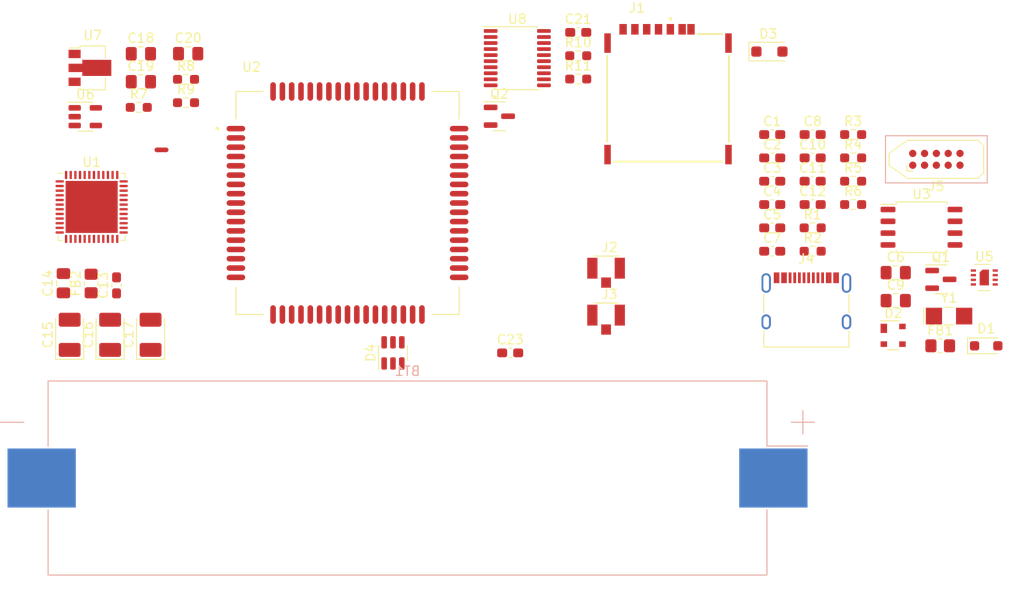
<source format=kicad_pcb>
(kicad_pcb (version 20221018) (generator pcbnew)
  (layers (0 "F.Cu" signal) (31 "B.Cu" signal) (34 "B.Paste" user) (35 "F.Paste" user) (36 "B.SilkS" user "B.Silkscreen") (37 "F.SilkS" user "F.Silkscreen") (38 "B.Mask" user) (39 "F.Mask" user) (44 "Edge.Cuts" user))
  (net 0 "")
  (net 23 "Net-(U1-VSS-Pad23)")
  (net 47 "/BATTERY")
  (net 48 "Net-(U2-GND-Pad17)")
  (net 49 "GSM_PWR")
  (net 50 "/DTR")
  (net 51 "/RI")
  (net 53 "/DCD")
  (net 54 "/CTS")
  (net 55 "/RTS")
  (net 56 "/TX")
  (net 61 "+1V8")
  (net 73 "/VDD")
  (net 74 "/RST")
  (net 75 "/CLK")
  (net 76 "/DATA")
  (net 93 "/RX")
  (net 99 "GSM_RF")
  (net 100 "GPS_RF")
  (net 102 "SIM_DETECT")
  (net 103 "PWRKEY")
  (net 104 "Net-(J2-GND-Pad1)")
  (net 106 "Net-(J3-GND-Pad1)")
  (net 107 "Net-(D2-GND)")
  (net 108 "GND")
  (net 109 "+3V0")
  (net 110 "/VDDA")
  (net 111 "Net-(C10-Pad1)")
  (net 112 "Net-(C11-Pad1)")
  (net 113 "_RESET")
  (net 114 "+5V")
  (net 115 "Net-(D1-A)")
  (net 116 "USB_P")
  (net 117 "USB_N")
  (net 118 "Net-(J4-CC1)")
  (net 120 "Net-(J4-CC2)")
  (net 122 "SWDIO")
  (net 123 "SWDCLK")
  (net 124 "SWO")
  (net 127 "+3V3")
  (net 128 "_QSPI_NCS")
  (net 129 "USB_VBUS_SENSE")
  (net 130 "QSPI_IO1")
  (net 131 "QSPI_IO2")
  (net 132 "QSPI_IO0")
  (net 133 "QSPI_CLK")
  (net 134 "QSPI_IO3")
  (net 135 "SDA")
  (net 136 "TEMP_INT")
  (net 137 "SCL")
  (net 138 "_TEMP_RESET")
  (net 139 "/VBAT")
  (net 140 "+BATT")
  (net 141 "Net-(U6-PROG)")
  (net 142 "Net-(U6-STAT)")
  (net 143 "CHARGE_STAT")
  (net 144 "Net-(U8-A8)")
  (net 145 "Net-(U8-B8)")
  (footprint "Capacitor_SMD:C_0603_1608Metric_Pad1.08x0.95mm_HandSolder" (layer "F.Cu") (at 107.3415 60.198)
    (fp_text reference "C23" (at 0 -1.43) (layer "F.SilkS"))
    (fp_text value "100n")
    (pad "1" smd roundrect (at -0.8625 0) (size 1.075 0.95) (layers "F.Cu" "F.Paste" "F.Mask") (net 108 "GND"))
    (pad "2" smd roundrect (at 0.8625 0) (size 1.075 0.95) (layers "F.Cu" "F.Paste" "F.Mask") (net 73 "/VDD"))
  )
  (footprint "Capacitor_Tantalum_SMD:CP_EIA-3528-15_AVX-H_Pad1.50x2.35mm_HandSolder" (layer "F.Cu") (at 64.334 58.2525 90)
    (fp_text reference "C16" (at 0 -2.35 90) (layer "F.SilkS"))
    (fp_text value "100uF")
    (pad "1" smd roundrect (at -1.625 0 90) (size 1.5 2.35) (layers "F.Cu" "F.Paste" "F.Mask") (roundrect_rratio 0.166667) (net 139 "/VBAT"))
    (pad "2" smd roundrect (at 1.625 0 90) (size 1.5 2.35) (layers "F.Cu" "F.Paste" "F.Mask") (roundrect_rratio 0.166667) (net 108 "GND"))
  )
  (footprint "personal:MODULE_SIM7070G" (layer "F.Cu") (at 89.854 44.07)
    (fp_text reference "U2" (at -10.325 -14.635) (layer "F.SilkS"))
    (fp_text value "SIM7070G")
    (pad "1" smd oval (at -12 -8) (size 2 0.6) (layers "F.Cu" "F.Paste" "F.Mask") (net 103 "PWRKEY"))
    (pad "2" smd oval (at -12 -7) (size 2 0.6) (layers "F.Cu" "F.Paste" "F.Mask") (net 48 "Net-(U2-GND-Pad17)"))
    (pad "3" smd oval (at -12 -6) (size 2 0.6) (layers "F.Cu" "F.Paste" "F.Mask") (net 50 "/DTR"))
    (pad "4" smd oval (at -12 -5) (size 2 0.6) (layers "F.Cu" "F.Paste" "F.Mask") (net 51 "/RI"))
    (pad "5" smd oval (at -12 -4) (size 2 0.6) (layers "F.Cu" "F.Paste" "F.Mask") (net 53 "/DCD"))
    (pad "6" smd oval (at -12 -3) (size 2 0.6) (layers "F.Cu" "F.Paste" "F.Mask"))
    (pad "7" smd oval (at -12 -2) (size 2 0.6) (layers "F.Cu" "F.Paste" "F.Mask") (net 54 "/CTS"))
    (pad "8" smd oval (at -12 -1) (size 2 0.6) (layers "F.Cu" "F.Paste" "F.Mask") (net 55 "/RTS"))
    (pad "9" smd oval (at -12 0) (size 2 0.6) (layers "F.Cu" "F.Paste" "F.Mask") (net 56 "/TX"))
    (pad "10" smd oval (at -12 1) (size 2 0.6) (layers "F.Cu" "F.Paste" "F.Mask") (net 93 "/RX"))
    (pad "11" smd oval (at -12 2) (size 2 0.6) (layers "F.Cu" "F.Paste" "F.Mask"))
    (pad "12" smd oval (at -12 3) (size 2 0.6) (layers "F.Cu" "F.Paste" "F.Mask"))
    (pad "13" smd oval (at -12 4) (size 2 0.6) (layers "F.Cu" "F.Paste" "F.Mask"))
    (pad "14" smd oval (at -12 5) (size 2 0.6) (layers "F.Cu" "F.Paste" "F.Mask"))
    (pad "15" smd oval (at -12 6) (size 2 0.6) (layers "F.Cu" "F.Paste" "F.Mask") (net 61 "+1V8"))
    (pad "16" smd oval (at -12 7) (size 2 0.6) (layers "F.Cu" "F.Paste" "F.Mask"))
    (pad "17" smd oval (at -12 8) (size 2 0.6) (layers "F.Cu" "F.Paste" "F.Mask") (net 48 "Net-(U2-GND-Pad17)"))
    (pad "18" smd oval (at -8 12) (size 0.6 2) (layers "F.Cu" "F.Paste" "F.Mask") (net 48 "Net-(U2-GND-Pad17)"))
    (pad "19" smd oval (at -7 12) (size 0.6 2) (layers "F.Cu" "F.Paste" "F.Mask"))
    (pad "20" smd oval (at -6 12) (size 0.6 2) (layers "F.Cu" "F.Paste" "F.Mask"))
    (pad "21" smd oval (at -5 12) (size 0.6 2) (layers "F.Cu" "F.Paste" "F.Mask"))
    (pad "22" smd oval (at -4 12) (size 0.6 2) (layers "F.Cu" "F.Paste" "F.Mask"))
    (pad "23" smd oval (at -3 12) (size 0.6 2) (layers "F.Cu" "F.Paste" "F.Mask"))
    (pad "24" smd oval (at -2 12) (size 0.6 2) (layers "F.Cu" "F.Paste" "F.Mask"))
    (pad "25" smd oval (at -1 12) (size 0.6 2) (layers "F.Cu" "F.Paste" "F.Mask"))
    (pad "26" smd oval (at 0 12) (size 0.6 2) (layers "F.Cu" "F.Paste" "F.Mask"))
    (pad "27" smd oval (at 1 12) (size 0.6 2) (layers "F.Cu" "F.Paste" "F.Mask"))
    (pad "28" smd oval (at 2 12) (size 0.6 2) (layers "F.Cu" "F.Paste" "F.Mask"))
    (pad "29" smd oval (at 3 12) (size 0.6 2) (layers "F.Cu" "F.Paste" "F.Mask") (net 48 "Net-(U2-GND-Pad17)"))
    (pad "30" smd oval (at 4 12) (size 0.6 2) (layers "F.Cu" "F.Paste" "F.Mask") (net 73 "/VDD"))
    (pad "31" smd oval (at 5 12) (size 0.6 2) (layers "F.Cu" "F.Paste" "F.Mask") (net 76 "/DATA"))
    (pad "32" smd oval (at 6 12) (size 0.6 2) (layers "F.Cu" "F.Paste" "F.Mask") (net 75 "/CLK"))
    (pad "33" smd oval (at 7 12) (size 0.6 2) (layers "F.Cu" "F.Paste" "F.Mask") (net 74 "/RST"))
    (pad "34" smd oval (at 8 12) (size 0.6 2) (layers "F.Cu" "F.Paste" "F.Mask"))
    (pad "35" smd oval (at 12 8) (size 2 0.6) (layers "F.Cu" "F.Paste" "F.Mask"))
    (pad "36" smd oval (at 12 7) (size 2 0.6) (layers "F.Cu" "F.Paste" "F.Mask"))
    (pad "37" smd oval (at 12 6) (size 2 0.6) (layers "F.Cu" "F.Paste" "F.Mask"))
    (pad "38" smd oval (at 12 5) (size 2 0.6) (layers "F.Cu" "F.Paste" "F.Mask"))
    (pad "39" smd oval (at 12 4) (size 2 0.6) (layers "F.Cu" "F.Paste" "F.Mask") (net 48 "Net-(U2-GND-Pad17)"))
    (pad "40" smd oval (at 12 3) (size 2 0.6) (layers "F.Cu" "F.Paste" "F.Mask"))
    (pad "41" smd oval (at 12 2) (size 2 0.6) (layers "F.Cu" "F.Paste" "F.Mask"))
    (pad "42" smd oval (at 12 1) (size 2 0.6) (layers "F.Cu" "F.Paste" "F.Mask"))
    (pad "43" smd oval (at 12 0) (size 2 0.6) (layers "F.Cu" "F.Paste" "F.Mask"))
    (pad "44" smd oval (at 12 -1) (size 2 0.6) (layers "F.Cu" "F.Paste" "F.Mask"))
    (pad "45" smd oval (at 12 -2) (size 2 0.6) (layers "F.Cu" "F.Paste" "F.Mask") (net 48 "Net-(U2-GND-Pad17)"))
    (pad "46" smd oval (at 12 -3) (size 2 0.6) (layers "F.Cu" "F.Paste" "F.Mask") (net 48 "Net-(U2-GND-Pad17)"))
    (pad "47" smd oval (at 12 -4) (size 2 0.6) (layers "F.Cu" "F.Paste" "F.Mask"))
    (pad "48" smd oval (at 12 -5) (size 2 0.6) (layers "F.Cu" "F.Paste" "F.Mask"))
    (pad "49" smd oval (at 12 -6) (size 2 0.6) (layers "F.Cu" "F.Paste" "F.Mask"))
    (pad "50" smd oval (at 12 -7) (size 2 0.6) (layers "F.Cu" "F.Paste" "F.Mask"))
    (pad "51" smd oval (at 12 -8) (size 2 0.6) (layers "F.Cu" "F.Paste" "F.Mask"))
    (pad "52" smd oval (at 8 -12) (size 0.6 2) (layers "F.Cu" "F.Paste" "F.Mask"))
    (pad "53" smd oval (at 7 -12) (size 0.6 2) (layers "F.Cu" "F.Paste" "F.Mask") (net 100 "GPS_RF"))
    (pad "54" smd oval (at 6 -12) (size 0.6 2) (layers "F.Cu" "F.Paste" "F.Mask") (net 48 "Net-(U2-GND-Pad17)"))
    (pad "55" smd oval (at 5 -12) (size 0.6 2) (layers "F.Cu" "F.Paste" "F.Mask") (net 139 "/VBAT"))
    (pad "56" smd oval (at 4 -12) (size 0.6 2) (layers "F.Cu" "F.Paste" "F.Mask") (net 139 "/VBAT"))
    (pad "57" smd oval (at 3 -12) (size 0.6 2) (layers "F.Cu" "F.Paste" "F.Mask") (net 139 "/VBAT"))
    (pad "58" smd oval (at 2 -12) (size 0.6 2) (layers "F.Cu" "F.Paste" "F.Mask") (net 48 "Net-(U2-GND-Pad17)"))
    (pad "59" smd oval (at 1 -12) (size 0.6 2) (layers "F.Cu" "F.Paste" "F.Mask") (net 48 "Net-(U2-GND-Pad17)"))
    (pad "60" smd oval (at 0 -12) (size 0.6 2) (layers "F.Cu" "F.Paste" "F.Mask") (net 99 "GSM_RF"))
    (pad "61" smd oval (at -1 -12) (size 0.6 2) (layers "F.Cu" "F.Paste" "F.Mask") (net 48 "Net-(U2-GND-Pad17)"))
    (pad "62" smd oval (at -2 -12) (size 0.6 2) (layers "F.Cu" "F.Paste" "F.Mask") (net 48 "Net-(U2-GND-Pad17)"))
    (pad "63" smd oval (at -3 -12) (size 0.6 2) (layers "F.Cu" "F.Paste" "F.Mask") (net 48 "Net-(U2-GND-Pad17)"))
    (pad "64" smd oval (at -4 -12) (size 0.6 2) (layers "F.Cu" "F.Paste" "F.Mask") (net 48 "Net-(U2-GND-Pad17)"))
    (pad "65" smd oval (at -5 -12) (size 0.6 2) (layers "F.Cu" "F.Paste" "F.Mask") (net 48 "Net-(U2-GND-Pad17)"))
    (pad "66" smd oval (at -6 -12) (size 0.6 2) (layers "F.Cu" "F.Paste" "F.Mask"))
    (pad "67" smd oval (at -7 -12) (size 0.6 2) (layers "F.Cu" "F.Paste" "F.Mask"))
    (pad "68" smd oval (at -8 -12) (size 0.6 2) (layers "F.Cu" "F.Paste" "F.Mask"))
  )
  (footprint "Resistor_SMD:R_0603_1608Metric_Pad0.98x0.95mm_HandSolder" (layer "F.Cu") (at 139.861 49.256)
    (fp_text reference "R2" (at 0 -1.43) (layer "F.SilkS"))
    (fp_text value "5k1")
    (pad "1" smd roundrect (at -0.9125 0) (size 0.975 0.95) (layers "F.Cu" "F.Paste" "F.Mask") (net 108 "GND"))
    (pad "2" smd roundrect (at 0.9125 0) (size 0.975 0.95) (layers "F.Cu" "F.Paste" "F.Mask") (net 120 "Net-(J4-CC2)"))
  )
  (footprint "Resistor_SMD:R_0603_1608Metric_Pad0.98x0.95mm_HandSolder" (layer "F.Cu") (at 72.4935 30.764)
    (fp_text reference "R8" (at 0 -1.43) (layer "F.SilkS"))
    (fp_text value "47k")
    (pad "1" smd roundrect (at -0.9125 0) (size 0.975 0.95) (layers "F.Cu" "F.Paste" "F.Mask") (net 142 "Net-(U6-STAT)"))
    (pad "2" smd roundrect (at 0.9125 0) (size 0.975 0.95) (layers "F.Cu" "F.Paste" "F.Mask") (net 143 "CHARGE_STAT"))
  )
  (footprint "Diode_SMD:D_SOD-123F" (layer "F.Cu") (at 135.213 27.777)
    (fp_text reference "D3" (at -0.127 -1.905) (layer "F.SilkS"))
    (fp_text value "BZT52C4V7")
    (pad "1" smd roundrect (at -1.4 0) (size 1.1 1.1) (layers "F.Cu" "F.Paste" "F.Mask") (roundrect_rratio 0.2272727273))
    (pad "2" smd roundrect (at 1.4 0) (size 1.1 1.1) (layers "F.Cu" "F.Paste" "F.Mask") (roundrect_rratio 0.2272727273))
  )
  (footprint "Capacitor_SMD:C_0603_1608Metric_Pad1.08x0.95mm_HandSolder" (layer "F.Cu") (at 139.861 44.236)
    (fp_text reference "C12" (at 0 -1.43) (layer "F.SilkS"))
    (fp_text value "100n")
    (pad "1" smd roundrect (at -0.8625 0) (size 1.075 0.95) (layers "F.Cu" "F.Paste" "F.Mask") (net 113 "_RESET"))
    (pad "2" smd roundrect (at 0.8625 0) (size 1.075 0.95) (layers "F.Cu" "F.Paste" "F.Mask") (net 108 "GND"))
  )
  (footprint "Package_TO_SOT_SMD:SOT-23-5" (layer "F.Cu") (at 61.6635 34.782)
    (fp_text reference "U6" (at 0 -2.4) (layer "F.SilkS"))
    (fp_text value "MCP73831-2-OT")
    (pad "1" smd roundrect (at -1.1375 -0.95) (size 1.325 0.6) (layers "F.Cu" "F.Paste" "F.Mask") (net 142 "Net-(U6-STAT)"))
    (pad "2" smd roundrect (at -1.1375 0) (size 1.325 0.6) (layers "F.Cu" "F.Paste" "F.Mask") (net 108 "GND"))
    (pad "3" smd roundrect (at -1.1375 0.95) (size 1.325 0.6) (layers "F.Cu" "F.Paste" "F.Mask") (net 47 "/BATTERY"))
    (pad "4" smd roundrect (at 1.1375 0.95) (size 1.325 0.6) (layers "F.Cu" "F.Paste" "F.Mask") (net 114 "+5V"))
    (pad "5" smd roundrect (at 1.1375 -0.95) (size 1.325 0.6) (layers "F.Cu" "F.Paste" "F.Mask") (net 141 "Net-(U6-PROG)"))
  )
  (footprint "Package_TO_SOT_SMD:SOT-23" (layer "F.Cu") (at 106.1775 34.734)
    (fp_text reference "Q2" (at 0 -2.4) (layer "F.SilkS"))
    (fp_text value "DTC143Z")
    (pad "1" smd roundrect (at -0.9375 -0.95) (size 1.475 0.6) (layers "F.Cu" "F.Paste" "F.Mask") (net 49 "GSM_PWR"))
    (pad "2" smd roundrect (at -0.9375 0.95) (size 1.475 0.6) (layers "F.Cu" "F.Paste" "F.Mask") (net 108 "GND"))
    (pad "3" smd roundrect (at 0.9375 0) (size 1.475 0.6) (layers "F.Cu" "F.Paste" "F.Mask") (net 103 "PWRKEY"))
  )
  (footprint "Capacitor_SMD:C_0603_1608Metric_Pad1.08x0.95mm_HandSolder" (layer "F.Cu") (at 135.511 49.256)
    (fp_text reference "C7" (at 0 -1.43) (layer "F.SilkS"))
    (fp_text value "100n")
    (pad "1" smd roundrect (at -0.8625 0) (size 1.075 0.95) (layers "F.Cu" "F.Paste" "F.Mask") (net 127 "+3V3"))
    (pad "2" smd roundrect (at 0.8625 0) (size 1.075 0.95) (layers "F.Cu" "F.Paste" "F.Mask") (net 108 "GND"))
  )
  (footprint "Capacitor_SMD:C_0805_2012Metric_Pad1.18x1.45mm_HandSolder" (layer "F.Cu") (at 67.6435 31.022)
    (fp_text reference "C19" (at 0 -1.68) (layer "F.SilkS"))
    (fp_text value "10u")
    (pad "1" smd roundrect (at -1.0375 0) (size 1.175 1.45) (layers "F.Cu" "F.Paste" "F.Mask") (roundrect_rratio 0.212766) (net 114 "+5V"))
    (pad "2" smd roundrect (at 1.0375 0) (size 1.175 1.45) (layers "F.Cu" "F.Paste" "F.Mask") (roundrect_rratio 0.212766) (net 108 "GND"))
  )
  (footprint "Package_TO_SOT_SMD:SOT-23" (layer "F.Cu") (at 153.641 52.286)
    (fp_text reference "Q1" (at 0 -2.4) (layer "F.SilkS"))
    (fp_text value "IRLML6401")
    (pad "1" smd roundrect (at -0.9375 -0.95) (size 1.475 0.6) (layers "F.Cu" "F.Paste" "F.Mask") (net 114 "+5V"))
    (pad "2" smd roundrect (at -0.9375 0.95) (size 1.475 0.6) (layers "F.Cu" "F.Paste" "F.Mask") (net 140 "+BATT"))
    (pad "3" smd roundrect (at 0.9375 0) (size 1.475 0.6) (layers "F.Cu" "F.Paste" "F.Mask") (net 47 "/BATTERY"))
  )
  (footprint "Capacitor_SMD:C_0603_1608Metric_Pad1.08x0.95mm_HandSolder" (layer "F.Cu") (at 135.511 41.726)
    (fp_text reference "C3" (at 0 -1.43) (layer "F.SilkS"))
    (fp_text value "100n")
    (pad "1" smd roundrect (at -0.8625 0) (size 1.075 0.95) (layers "F.Cu" "F.Paste" "F.Mask") (net 127 "+3V3"))
    (pad "2" smd roundrect (at 0.8625 0) (size 1.075 0.95) (layers "F.Cu" "F.Paste" "F.Mask") (net 108 "GND"))
  )
  (footprint "Diode_SMD:D_SOD-323_HandSoldering" (layer "F.Cu") (at 158.516 59.436)
    (fp_text reference "D1" (at 0 -1.85) (layer "F.SilkS"))
    (fp_text value "BAT60A")
    (pad "1" smd roundrect (at -1.25 0) (size 1 1) (layers "F.Cu" "F.Paste" "F.Mask") (net 114 "+5V"))
    (pad "2" smd roundrect (at 1.25 0) (size 1 1) (layers "F.Cu" "F.Paste" "F.Mask") (net 115 "Net-(D1-A)"))
  )
  (footprint "Capacitor_SMD:C_0603_1608Metric_Pad1.08x0.95mm_HandSolder" (layer "F.Cu") (at 139.861 39.216)
    (fp_text reference "C10" (at 0 -1.43) (layer "F.SilkS"))
    (fp_text value "22p")
    (pad "1" smd roundrect (at -0.8625 0) (size 1.075 0.95) (layers "F.Cu" "F.Paste" "F.Mask") (net 111 "Net-(C10-Pad1)"))
    (pad "2" smd roundrect (at 0.8625 0) (size 1.075 0.95) (layers "F.Cu" "F.Paste" "F.Mask") (net 108 "GND"))
  )
  (footprint "Resistor_SMD:R_0603_1608Metric_Pad0.98x0.95mm_HandSolder" (layer "F.Cu") (at 72.4935 33.274)
    (fp_text reference "R9" (at 0 -1.43) (layer "F.SilkS"))
    (fp_text value "47k")
    (pad "1" smd roundrect (at -0.9125 0) (size 0.975 0.95) (layers "F.Cu" "F.Paste" "F.Mask") (net 143 "CHARGE_STAT"))
    (pad "2" smd roundrect (at 0.9125 0) (size 0.975 0.95) (layers "F.Cu" "F.Paste" "F.Mask") (net 108 "GND"))
  )
  (footprint "Resistor_SMD:R_0603_1608Metric_Pad0.98x0.95mm_HandSolder" (layer "F.Cu") (at 114.6575 30.734)
    (fp_text reference "R11" (at 0 -1.43) (layer "F.SilkS"))
    (fp_text value "47k")
    (pad "1" smd roundrect (at -0.9125 0) (size 0.975 0.95) (layers "F.Cu" "F.Paste" "F.Mask") (net 145 "Net-(U8-B8)"))
    (pad "2" smd roundrect (at 0.9125 0) (size 0.975 0.95) (layers "F.Cu" "F.Paste" "F.Mask") (net 108 "GND"))
  )
  (footprint "Capacitor_SMD:C_0603_1608Metric_Pad1.08x0.95mm_HandSolder" (layer "F.Cu") (at 139.861 36.706)
    (fp_text reference "C8" (at 0 -1.43) (layer "F.SilkS"))
    (fp_text value "100n")
    (pad "1" smd roundrect (at -0.8625 0) (size 1.075 0.95) (layers "F.Cu" "F.Paste" "F.Mask") (net 127 "+3V3"))
    (pad "2" smd roundrect (at 0.8625 0) (size 1.075 0.95) (layers "F.Cu" "F.Paste" "F.Mask") (net 108 "GND"))
  )
  (footprint "personal:HRS_U.FL-R-SMT_01_" (layer "F.Cu") (at 117.651 56.134)
    (fp_text reference "J3" (at 0.371335 -2.239855) (layer "F.SilkS") (effects (font (size 1.001126 1.001126))))
    (fp_text value "U.FL Antenna Connector (Male)")
    (pad "1" smd rect (at -1.475 0) (size 1.1 2.25) (layers "F.Cu" "F.Paste" "F.Mask") (net 106 "Net-(J3-GND-Pad1)"))
    (pad "2" smd rect (at 1.475 0) (size 1.1 2.25) (layers "F.Cu" "F.Paste" "F.Mask") (net 106 "Net-(J3-GND-Pad1)"))
    (pad "3" smd rect (at 0 1.55) (size 1.05 1.1) (layers "F.Cu" "F.Paste" "F.Mask") (net 100 "GPS_RF"))
  )
  (footprint "Capacitor_SMD:C_0603_1608Metric_Pad1.08x0.95mm_HandSolder" (layer "F.Cu") (at 65.024 52.9325 90)
    (fp_text reference "C13" (at 0 -1.43 90) (layer "F.SilkS"))
    (fp_text value "100n")
    (pad "1" smd roundrect (at -0.8625 0 90) (size 1.075 0.95) (layers "F.Cu" "F.Paste" "F.Mask") (net 139 "/VBAT"))
    (pad "2" smd roundrect (at 0.8625 0 90) (size 1.075 0.95) (layers "F.Cu" "F.Paste" "F.Mask") (net 108 "GND"))
  )
  (footprint "personal:GCT_SIM8066-6-1-14-01-A_REVA" (layer "F.Cu") (at 124.31 32.752)
    (fp_text reference "J1" (at -3.325 -9.675) (layer "F.SilkS"))
    (fp_text value "Nano SIM")
    (pad "" np_thru_hole circle (at -5 4.86) (size 0.75 0.75) (drill 0.75) (layers "*.Cu" "*.Mask"))
    (pad "" np_thru_hole circle (at 3.5 4.86) (size 0.75 0.75) (drill 0.75) (layers "*.Cu" "*.Mask"))
    (pad "C1" smd rect (at 0.25 -7.37) (size 0.8 1.14) (layers "F.Cu" "F.Paste" "F.Mask") (net 73 "/VDD"))
    (pad "C2" smd rect (at -2.29 -7.37) (size 0.8 1.14) (layers "F.Cu" "F.Paste" "F.Mask") (net 74 "/RST"))
    (pad "C3" smd rect (at -4.83 -7.37) (size 0.8 1.14) (layers "F.Cu" "F.Paste" "F.Mask") (net 75 "/CLK"))
    (pad "C5" smd rect (at 1.52 -7.37) (size 0.8 1.14) (layers "F.Cu" "F.Paste" "F.Mask") (net 108 "GND"))
    (pad "C6" smd rect (at -1.02 -7.37) (size 0.8 1.14) (layers "F.Cu" "F.Paste" "F.Mask"))
    (pad "C7" smd rect (at -3.56 -7.37) (size 0.8 1.14) (layers "F.Cu" "F.Paste" "F.Mask") (net 76 "/DATA"))
    (pad "CD" smd rect (at 2.47 -7.37) (size 0.8 1.14) (layers "F.Cu" "F.Paste" "F.Mask") (net 102 "SIM_DETECT"))
    (pad "G1" smd rect (at -6.5 -5.89) (size 0.7 2.1) (layers "F.Cu" "F.Paste" "F.Mask") (net 108 "GND"))
    (pad "G2" smd rect (at 6.5 -5.89) (size 0.7 2.1) (layers "F.Cu" "F.Paste" "F.Mask") (net 108 "GND"))
    (pad "G3" smd rect (at -6.5 6.11) (size 0.7 2.1) (layers "F.Cu" "F.Paste" "F.Mask") (net 108 "GND"))
    (pad "G4" smd rect (at 6.5 6.11) (size 0.7 2.1) (layers "F.Cu" "F.Paste" "F.Mask") (net 108 "GND"))
  )
  (footprint "Capacitor_SMD:C_0603_1608Metric_Pad1.08x0.95mm_HandSolder" (layer "F.Cu") (at 135.511 39.216)
    (fp_text reference "C2" (at 0 -1.43) (layer "F.SilkS"))
    (fp_text value "100n")
    (pad "1" smd roundrect (at -0.8625 0) (size 1.075 0.95) (layers "F.Cu" "F.Paste" "F.Mask") (net 109 "+3V0"))
    (pad "2" smd roundrect (at 0.8625 0) (size 1.075 0.95) (layers "F.Cu" "F.Paste" "F.Mask") (net 108 "GND"))
  )
  (footprint "Resistor_SMD:R_0603_1608Metric_Pad0.98x0.95mm_HandSolder" (layer "F.Cu") (at 144.211 36.706)
    (fp_text reference "R3" (at 0 -1.43) (layer "F.SilkS"))
    (fp_text value "1M")
    (pad "1" smd roundrect (at -0.9125 0) (size 0.975 0.95) (layers "F.Cu" "F.Paste" "F.Mask") (net 107 "Net-(D2-GND)"))
    (pad "2" smd roundrect (at 0.9125 0) (size 0.975 0.95) (layers "F.Cu" "F.Paste" "F.Mask") (net 108 "GND"))
  )
  (footprint "Capacitor_SMD:C_0805_2012Metric_Pad1.18x1.45mm_HandSolder" (layer "F.Cu") (at 59.314 52.7025 90)
    (fp_text reference "C14" (at 0 -1.68 90) (layer "F.SilkS"))
    (fp_text value "1u")
    (pad "1" smd roundrect (at -1.0375 0 90) (size 1.175 1.45) (layers "F.Cu" "F.Paste" "F.Mask") (roundrect_rratio 0.212766) (net 139 "/VBAT"))
    (pad "2" smd roundrect (at 1.0375 0 90) (size 1.175 1.45) (layers "F.Cu" "F.Paste" "F.Mask") (roundrect_rratio 0.212766) (net 108 "GND"))
  )
  (footprint "Resistor_SMD:R_0603_1608Metric_Pad0.98x0.95mm_HandSolder" (layer "F.Cu") (at 67.4135 33.782)
    (fp_text reference "R7" (at 0 -1.43) (layer "F.SilkS"))
    (fp_text value "5k1")
    (pad "1" smd roundrect (at -0.9125 0) (size 0.975 0.95) (layers "F.Cu" "F.Paste" "F.Mask") (net 141 "Net-(U6-PROG)"))
    (pad "2" smd roundrect (at 0.9125 0) (size 0.975 0.95) (layers "F.Cu" "F.Paste" "F.Mask") (net 108 "GND"))
  )
  (footprint "Capacitor_SMD:C_0603_1608Metric_Pad1.08x0.95mm_HandSolder" (layer "F.Cu") (at 139.861 41.726)
    (fp_text reference "C11" (at 0 -1.43) (layer "F.SilkS"))
    (fp_text value "22p")
    (pad "1" smd roundrect (at -0.8625 0) (size 1.075 0.95) (layers "F.Cu" "F.Paste" "F.Mask") (net 112 "Net-(C11-Pad1)"))
    (pad "2" smd roundrect (at 0.8625 0) (size 1.075 0.95) (layers "F.Cu" "F.Paste" "F.Mask") (net 108 "GND"))
  )
  (footprint "NetTie:NetTie-2_SMD_Pad0.5mm" (layer "F.Cu") (at 69.858 38.354)
    (fp_text reference "NT1" hide)
    (fp_text value "NetTie_2" hide)
    (fp_poly (pts (xy -0.5 -0.25) (xy 0.5 -0.25) (xy 0.5 0.25) (xy -0.5 0.25)) (fill solid) (layer "F.Cu"))
    (pad "1" smd circle (at -0.5 0) (size 0.5 0.5) (layers "F.Cu") (net 114 "+5V"))
    (pad "2" smd circle (at 0.5 0) (size 0.5 0.5) (layers "F.Cu") (net 140 "+BATT"))
  )
  (footprint "Capacitor_SMD:C_0603_1608Metric_Pad1.08x0.95mm_HandSolder" (layer "F.Cu") (at 135.511 46.746)
    (fp_text reference "C5" (at 0 -1.43) (layer "F.SilkS"))
    (fp_text value "100n")
    (pad "1" smd roundrect (at -0.8625 0) (size 1.075 0.95) (layers "F.Cu" "F.Paste" "F.Mask") (net 110 "/VDDA"))
    (pad "2" smd roundrect (at 0.8625 0) (size 1.075 0.95) (layers "F.Cu" "F.Paste" "F.Mask") (net 108 "GND"))
  )
  (footprint "Capacitor_SMD:C_0805_2012Metric_Pad1.18x1.45mm_HandSolder" (layer "F.Cu") (at 67.6435 28.012)
    (fp_text reference "C18" (at 0 -1.68) (layer "F.SilkS"))
    (fp_text value "10u")
    (pad "1" smd roundrect (at -1.0375 0) (size 1.175 1.45) (layers "F.Cu" "F.Paste" "F.Mask") (roundrect_rratio 0.212766) (net 47 "/BATTERY"))
    (pad "2" smd roundrect (at 1.0375 0) (size 1.175 1.45) (layers "F.Cu" "F.Paste" "F.Mask") (roundrect_rratio 0.212766) (net 108 "GND"))
  )
  (footprint "Package_SO:TSSOP-20_4.4x6.5mm_P0.65mm" (layer "F.Cu") (at 108.1075 28.484)
    (fp_text reference "U8" (at 0 -4.2) (layer "F.SilkS"))
    (fp_text value "TXB0108PWR")
    (pad "1" smd roundrect (at -2.8625 -2.925) (size 1.475 0.4) (layers "F.Cu" "F.Paste" "F.Mask") (net 93 "/RX"))
    (pad "2" smd roundrect (at -2.8625 -2.275) (size 1.475 0.4) (layers "F.Cu" "F.Paste" "F.Mask") (net 56 "/TX"))
    (pad "3" smd roundrect (at -2.8625 -1.625) (size 1.475 0.4) (layers "F.Cu" "F.Paste" "F.Mask") (net 55 "/RTS"))
    (pad "4" smd roundrect (at -2.8625 -0.975) (size 1.475 0.4) (layers "F.Cu" "F.Paste" "F.Mask") (net 54 "/CTS"))
    (pad "5" smd roundrect (at -2.8625 -0.325) (size 1.475 0.4) (layers "F.Cu" "F.Paste" "F.Mask") (net 61 "+1V8"))
    (pad "6" smd roundrect (at -2.8625 0.325) (size 1.475 0.4) (layers "F.Cu" "F.Paste" "F.Mask") (net 61 "+1V8"))
    (pad "7" smd roundrect (at -2.8625 0.975) (size 1.475 0.4) (layers "F.Cu" "F.Paste" "F.Mask") (net 53 "/DCD"))
    (pad "8" smd roundrect (at -2.8625 1.625) (size 1.475 0.4) (layers "F.Cu" "F.Paste" "F.Mask") (net 51 "/RI"))
    (pad "9" smd roundrect (at -2.8625 2.275) (size 1.475 0.4) (layers "F.Cu" "F.Paste" "F.Mask") (net 50 "/DTR"))
    (pad "10" smd roundrect (at -2.8625 2.925) (size 1.475 0.4) (layers "F.Cu" "F.Paste" "F.Mask") (net 144 "Net-(U8-A8)"))
    (pad "11" smd roundrect (at 2.8625 2.925) (size 1.475 0.4) (layers "F.Cu" "F.Paste" "F.Mask") (net 145 "Net-(U8-B8)"))
    (pad "12" smd roundrect (at 2.8625 2.275) (size 1.475 0.4) (layers "F.Cu" "F.Paste" "F.Mask"))
    (pad "13" smd roundrect (at 2.8625 1.625) (size 1.475 0.4) (layers "F.Cu" "F.Paste" "F.Mask"))
    (pad "14" smd roundrect (at 2.8625 0.975) (size 1.475 0.4) (layers "F.Cu" "F.Paste" "F.Mask"))
    (pad "15" smd roundrect (at 2.8625 0.325) (size 1.475 0.4) (layers "F.Cu" "F.Paste" "F.Mask") (net 108 "GND"))
    (pad "16" smd roundrect (at 2.8625 -0.325) (size 1.475 0.4) (layers "F.Cu" "F.Paste" "F.Mask") (net 127 "+3V3"))
    (pad "17" smd roundrect (at 2.8625 -0.975) (size 1.475 0.4) (layers "F.Cu" "F.Paste" "F.Mask"))
    (pad "18" smd roundrect (at 2.8625 -1.625) (size 1.475 0.4) (layers "F.Cu" "F.Paste" "F.Mask"))
    (pad "19" smd roundrect (at 2.8625 -2.275) (size 1.475 0.4) (layers "F.Cu" "F.Paste" "F.Mask"))
    (pad "20" smd roundrect (at 2.8625 -2.925) (size 1.475 0.4) (layers "F.Cu" "F.Paste" "F.Mask"))
  )
  (footprint "Package_TO_SOT_SMD:SOT-89-3" (layer "F.Cu") (at 62.4635 29.532)
    (fp_text reference "U7" (at 0 -3.5) (layer "F.SilkS"))
    (fp_text value "L78L33ABUTR")
    (pad "1" smd rect (at -1.95 -1.5) (size 1.3 0.9) (layers "F.Cu" "F.Paste" "F.Mask") (net 127 "+3V3"))
    (pad "2" smd custom (at -1.8625 0) (size 1.475 0.9) (layers "F.Cu" "F.Paste" "F.Mask") (net 108 "GND") (options (clearance outline) (anchor rect)) (primitives (gr_poly (pts (xy 3.8625 0.8665) (xy 0.7375 0.8665) (xy 0.7375 -0.8665) (xy 3.8625 -0.8665)) (width 0) (fill yes))))
    (pad "3" smd rect (at -1.95 1.5) (size 1.3 0.9) (layers "F.Cu" "F.Paste" "F.Mask") (net 114 "+5V"))
  )
  (footprint "Resistor_SMD:R_0603_1608Metric_Pad0.98x0.95mm_HandSolder" (layer "F.Cu") (at 114.6575 28.224)
    (fp_text reference "R10" (at 0 -1.43) (layer "F.SilkS"))
    (fp_text value "47k")
    (pad "1" smd roundrect (at -0.9125 0) (size 0.975 0.95) (layers "F.Cu" "F.Paste" "F.Mask") (net 144 "Net-(U8-A8)"))
    (pad "2" smd roundrect (at 0.9125 0) (size 0.975 0.95) (layers "F.Cu" "F.Paste" "F.Mask") (net 108 "GND"))
  )
  (footprint "Capacitor_Tantalum_SMD:CP_EIA-3528-15_AVX-H_Pad1.50x2.35mm_HandSolder" (layer "F.Cu") (at 68.684 58.2525 90)
    (fp_text reference "C17" (at 0 -2.35 90) (layer "F.SilkS"))
    (fp_text value "100uF")
    (pad "1" smd roundrect (at -1.625 0 90) (size 1.5 2.35) (layers "F.Cu" "F.Paste" "F.Mask") (roundrect_rratio 0.166667) (net 139 "/VBAT"))
    (pad "2" smd roundrect (at 1.625 0 90) (size 1.5 2.35) (layers "F.Cu" "F.Paste" "F.Mask") (roundrect_rratio 0.166667) (net 108 "GND"))
  )
  (footprint "Sensor_Humidity:Sensirion_DFN-8-1EP_2.5x2.5mm_P0.5mm_EP1.1x1.7mm" (layer "F.Cu") (at 158.311 52.086)
    (fp_text reference "U5" (at 0 -2.25) (layer "F.SilkS"))
    (fp_text value "SHT30-DIS")
    (pad "1" smd rect (at -1.175 -0.75) (size 0.55 0.25) (layers "F.Cu" "F.Paste" "F.Mask") (net 135 "SDA"))
    (pad "2" smd rect (at -1.175 -0.25) (size 0.55 0.25) (layers "F.Cu" "F.Paste" "F.Mask") (net 108 "GND"))
    (pad "3" smd rect (at -1.175 0.25) (size 0.55 0.25) (layers "F.Cu" "F.Paste" "F.Mask") (net 136 "TEMP_INT"))
    (pad "4" smd rect (at -1.175 0.75 180) (size 0.55 0.25) (layers "F.Cu" "F.Paste" "F.Mask") (net 137 "SCL"))
    (pad "5" smd rect (at 1.175 0.75) (size 0.55 0.25) (layers "F.Cu" "F.Paste" "F.Mask") (net 109 "+3V0"))
    (pad "6" smd rect (at 1.175 0.25) (size 0.55 0.25) (layers "F.Cu" "F.Paste" "F.Mask") (net 138 "_TEMP_RESET"))
    (pad "7" smd rect (at 1.175 -0.25) (size 0.55 0.25) (layers "F.Cu" "F.Paste" "F.Mask") (net 108 "GND"))
    (pad "8" smd rect (at 1.175 -0.75) (size 0.55 0.25) (layers "F.Cu" "F.Paste" "F.Mask") (net 108 "GND"))
    (pad "9" smd custom (at 0 0) (size 1 1) (layers "F.Cu" "F.Mask") (net 108 "GND") (options (clearance outline) (anchor circle)) (primitives (gr_poly (pts (xy 0.5 0.85) (xy -0.5 0.85) (xy -0.5 -0.55) (xy -0.2 -0.85) (xy 0.5 -0.85)) (width 0) (fill yes))))
  )
  (footprint "Connector_USB:USB_C_Receptacle_XKB_U262-16XN-4BVC11" (layer "F.Cu") (at 139.181 55.786)
    (fp_text reference "J4" (at 0 -5.715) (layer "F.SilkS"))
    (fp_text value "USB Type-C")
    (pad "" np_thru_hole circle (at -2.89 -2.605) (size 0.65 0.65) (drill 0.65) (layers "*.Cu" "*.Mask"))
    (pad "" np_thru_hole circle (at 2.89 -2.605) (size 0.65 0.65) (drill 0.65) (layers "*.Cu" "*.Mask"))
    (pad "A1" smd rect (at -3.35 -3.67) (size 0.3 1.15) (layers "F.Cu" "F.Paste" "F.Mask") (net 108 "GND"))
    (pad "A4" smd rect (at -2.55 -3.67) (size 0.3 1.15) (layers "F.Cu" "F.Paste" "F.Mask") (net 115 "Net-(D1-A)"))
    (pad "A5" smd rect (at -1.25 -3.67) (size 0.3 1.15) (layers "F.Cu" "F.Paste" "F.Mask") (net 118 "Net-(J4-CC1)"))
    (pad "A6" smd rect (at -0.25 -3.67) (size 0.3 1.15) (layers "F.Cu" "F.Paste" "F.Mask") (net 116 "USB_P"))
    (pad "A7" smd rect (at 0.25 -3.67) (size 0.3 1.15) (layers "F.Cu" "F.Paste" "F.Mask") (net 117 "USB_N"))
    (pad "A8" smd rect (at 1.25 -3.67) (size 0.3 1.15) (layers "F.Cu" "F.Paste" "F.Mask"))
    (pad "A9" smd rect (at 2.55 -3.67) (size 0.3 1.15) (layers "F.Cu" "F.Paste" "F.Mask") (net 115 "Net-(D1-A)"))
    (pad "A12" smd rect (at 3.35 -3.67) (size 0.3 1.15) (layers "F.Cu" "F.Paste" "F.Mask") (net 108 "GND"))
    (pad "B1" smd rect (at 3.05 -3.67) (size 0.3 1.15) (layers "F.Cu" "F.Paste" "F.Mask") (net 108 "GND"))
    (pad "B4" smd rect (at 2.25 -3.67) (size 0.3 1.15) (layers "F.Cu" "F.Paste" "F.Mask") (net 115 "Net-(D1-A)"))
    (pad "B5" smd rect (at 1.75 -3.67) (size 0.3 1.15) (layers "F.Cu" "F.Paste" "F.Mask") (net 120 "Net-(J4-CC2)"))
    (pad "B6" smd rect (at 0.75 -3.67) (size 0.3 1.15) (layers "F.Cu" "F.Paste" "F.Mask") (net 116 "USB_P"))
    (pad "B7" smd rect (at -0.75 -3.67) (size 0.3 1.15) (layers "F.Cu" "F.Paste" "F.Mask") (net 117 "USB_N"))
    (pad "B8" smd rect (at -1.75 -3.67) (size 0.3 1.15) (layers "F.Cu" "F.Paste" "F.Mask"))
    (pad "B9" smd rect (at -2.25 -3.67) (size 0.3 1.15) (layers "F.Cu" "F.Paste" "F.Mask") (net 115 "Net-(D1-A)"))
    (pad "B12" smd rect (at -3.05 -3.67) (size 0.3 1.15) (layers "F.Cu" "F.Paste" "F.Mask") (net 108 "GND"))
    (pad "S1" thru_hole oval (at -4.32 -3.105) (size 1 2.1) (drill oval 0.6 1.7) (layers "*.Cu" "*.Mask") (net 107 "Net-(D2-GND)"))
    (pad "S1" thru_hole oval (at -4.32 1.075) (size 1 1.6) (drill oval 0.6 1.2) (layers "*.Cu" "*.Mask") (net 107 "Net-(D2-GND)"))
    (pad "S1" thru_hole oval (at 4.32 -3.105) (size 1 2.1) (drill oval 0.6 1.7) (layers "*.Cu" "*.Mask") (net 107 "Net-(D2-GND)"))
    (pad "S1" thru_hole oval (at 4.32 1.075) (size 1 1.6) (drill oval 0.6 1.2) (layers "*.Cu" "*.Mask") (net 107 "Net-(D2-GND)"))
  )
  (footprint "Capacitor_SMD:C_0805_2012Metric_Pad1.18x1.45mm_HandSolder" (layer "F.Cu") (at 148.791 54.576)
    (fp_text reference "C9" (at 0 -1.68) (layer "F.SilkS"))
    (fp_text value "10u")
    (pad "1" smd roundrect (at -1.0375 0) (size 1.175 1.45) (layers "F.Cu" "F.Paste" "F.Mask") (roundrect_rratio 0.212766) (net 127 "+3V3"))
    (pad "2" smd roundrect (at 1.0375 0) (size 1.175 1.45) (layers "F.Cu" "F.Paste" "F.Mask") (roundrect_rratio 0.212766) (net 108 "GND"))
  )
  (footprint "Resistor_SMD:R_0805_2012Metric_Pad1.20x1.40mm_HandSolder" (layer "F.Cu") (at 62.294 52.7325 90)
    (fp_text reference "FB2" (at 0 -1.65 90) (layer "F.SilkS"))
    (fp_text value "330")
    (pad "1" smd roundrect (at -1 0 90) (size 1.2 1.4) (layers "F.Cu" "F.Paste" "F.Mask") (roundrect_rratio 0.208333) (net 140 "+BATT"))
    (pad "2" smd roundrect (at 1 0 90) (size 1.2 1.4) (layers "F.Cu" "F.Paste" "F.Mask") (roundrect_rratio 0.208333) (net 139 "/VBAT"))
  )
  (footprint "Resistor_SMD:R_0603_1608Metric_Pad0.98x0.95mm_HandSolder" (layer "F.Cu") (at 144.211 41.726)
    (fp_text reference "R5" (at 0 -1.43) (layer "F.SilkS"))
    (fp_text value "47k")
    (pad "1" smd roundrect (at -0.9125 0) (size 0.975 0.95) (layers "F.Cu" "F.Paste" "F.Mask") (net 114 "+5V"))
    (pad "2" smd roundrect (at 0.9125 0) (size 0.975 0.95) (layers "F.Cu" "F.Paste" "F.Mask") (net 129 "USB_VBUS_SENSE"))
  )
  (footprint "Capacitor_SMD:C_0805_2012Metric_Pad1.18x1.45mm_HandSolder" (layer "F.Cu") (at 72.7235 28.004)
    (fp_text reference "C20" (at 0 -1.68) (layer "F.SilkS"))
    (fp_text value "10u")
    (pad "1" smd roundrect (at -1.0375 0) (size 1.175 1.45) (layers "F.Cu" "F.Paste" "F.Mask") (roundrect_rratio 0.212766) (net 127 "+3V3"))
    (pad "2" smd roundrect (at 1.0375 0) (size 1.175 1.45) (layers "F.Cu" "F.Paste" "F.Mask") (roundrect_rratio 0.212766) (net 108 "GND"))
  )
  (footprint "Package_SO:SOIC-8_5.23x5.23mm_P1.27mm" (layer "F.Cu") (at 151.561 46.676)
    (fp_text reference "U3" (at 0 -3.56) (layer "F.SilkS"))
    (fp_text value "W25Q64JV")
    (pad "1" smd roundrect (at -3.6 -1.905) (size 1.6 0.6) (layers "F.Cu" "F.Paste" "F.Mask") (net 128 "_QSPI_NCS"))
    (pad "2" smd roundrect (at -3.6 -0.635) (size 1.6 0.6) (layers "F.Cu" "F.Paste" "F.Mask") (net 130 "QSPI_IO1"))
    (pad "3" smd roundrect (at -3.6 0.635) (size 1.6 0.6) (layers "F.Cu" "F.Paste" "F.Mask") (net 131 "QSPI_IO2"))
    (pad "4" smd roundrect (at -3.6 1.905) (size 1.6 0.6) (layers "F.Cu" "F.Paste" "F.Mask") (net 108 "GND"))
    (pad "5" smd roundrect (at 3.6 1.905) (size 1.6 0.6) (layers "F.Cu" "F.Paste" "F.Mask") (net 132 "QSPI_IO0"))
    (pad "6" smd roundrect (at 3.6 0.635) (size 1.6 0.6) (layers "F.Cu" "F.Paste" "F.Mask") (net 133 "QSPI_CLK"))
    (pad "7" smd roundrect (at 3.6 -0.635) (size 1.6 0.6) (layers "F.Cu" "F.Paste" "F.Mask") (net 134 "QSPI_IO3"))
    (pad "8" smd roundrect (at 3.6 -1.905) (size 1.6 0.6) (layers "F.Cu" "F.Paste" "F.Mask") (net 109 "+3V0"))
  )
  (footprint "Package_TO_SOT_SMD:SOT-23-6" (layer "F.Cu") (at 94.742 60.198 90)
    (fp_text reference "D4" (at 0 -2.4 90) (layer "F.SilkS"))
    (fp_text value "SMF05CT1G")
    (pad "1" smd roundrect (at -1.1375 -0.95 90) (size 1.325 0.6) (layers "F.Cu" "F.Paste" "F.Mask") (net 73 "/VDD"))
    (pad "2" smd roundrect (at -1.1375 0 90) (size 1.325 0.6) (layers "F.Cu" "F.Paste" "F.Mask") (net 108 "GND"))
    (pad "3" smd roundrect (at -1.1375 0.95 90) (size 1.325 0.6) (layers "F.Cu" "F.Paste" "F.Mask") (net 74 "/RST"))
    (pad "4" smd roundrect (at 1.1375 0.95 90) (size 1.325 0.6) (layers "F.Cu" "F.Paste" "F.Mask") (net 75 "/CLK"))
    (pad "5" smd roundrect (at 1.1375 0 90) (size 1.325 0.6) (layers "F.Cu" "F.Paste" "F.Mask") (net 76 "/DATA"))
    (pad "6" smd roundrect (at 1.1375 -0.95 90) (size 1.325 0.6) (layers "F.Cu" "F.Paste" "F.Mask"))
  )
  (footprint "Crystal:Crystal_SMD_EuroQuartz_EQ161-2Pin_3.2x1.5mm_HandSoldering" (layer "F.Cu") (at 154.521 56.236)
    (fp_text reference "Y1" (at 0 -1.95) (layer "F.SilkS"))
    (fp_text value "SC-32S32.768")
    (pad "1" smd rect (at -1.625 0) (size 1.75 1.8) (layers "F.Cu" "F.Paste" "F.Mask") (net 111 "Net-(C10-Pad1)"))
    (pad "2" smd rect (at 1.625 0) (size 1.75 1.8) (layers "F.Cu" "F.Paste" "F.Mask") (net 112 "Net-(C11-Pad1)"))
  )
  (footprint "Package_TO_SOT_SMD:SOT-143" (layer "F.Cu") (at 148.511 58.306)
    (fp_text reference "D2" (at 0.02 -2.38) (layer "F.SilkS"))
    (fp_text value "PRTR5V0U2X")
    (pad "1" smd rect (at -1 -0.75) (size 0.7 1) (layers "F.Cu" "F.Paste" "F.Mask") (net 107 "Net-(D2-GND)"))
    (pad "2" smd rect (at -1 0.95) (size 0.7 0.6) (layers "F.Cu" "F.Paste" "F.Mask") (net 116 "USB_P"))
    (pad "3" smd rect (at 1 0.95) (size 0.7 0.6) (layers "F.Cu" "F.Paste" "F.Mask") (net 117 "USB_N"))
    (pad "4" smd rect (at 1 -0.95) (size 0.7 0.6) (layers "F.Cu" "F.Paste" "F.Mask") (net 114 "+5V"))
  )
  (footprint "Resistor_SMD:R_0805_2012Metric_Pad1.20x1.40mm_HandSolder" (layer "F.Cu") (at 153.571 59.436)
    (fp_text reference "FB1" (at 0 -1.65) (layer "F.SilkS"))
    (fp_text value "330")
    (pad "1" smd roundrect (at -1 0) (size 1.2 1.4) (layers "F.Cu" "F.Paste" "F.Mask") (roundrect_rratio 0.208333) (net 127 "+3V3"))
    (pad "2" smd roundrect (at 1 0) (size 1.2 1.4) (layers "F.Cu" "F.Paste" "F.Mask") (roundrect_rratio 0.208333) (net 110 "/VDDA"))
  )
  (footprint "Resistor_SMD:R_0603_1608Metric_Pad0.98x0.95mm_HandSolder" (layer "F.Cu") (at 144.211 44.236)
    (fp_text reference "R6" (at 0 -1.43) (layer "F.SilkS"))
    (fp_text value "47k")
    (pad "1" smd roundrect (at -0.9125 0) (size 0.975 0.95) (layers "F.Cu" "F.Paste" "F.Mask") (net 129 "USB_VBUS_SENSE"))
    (pad "2" smd roundrect (at 0.9125 0) (size 0.975 0.95) (layers "F.Cu" "F.Paste" "F.Mask") (net 108 "GND"))
  )
  (footprint "Capacitor_SMD:C_0603_1608Metric_Pad1.08x0.95mm_HandSolder" (layer "F.Cu") (at 135.511 44.236)
    (fp_text reference "C4" (at 0 -1.43) (layer "F.SilkS"))
    (fp_text value "100n")
    (pad "1" smd roundrect (at -0.8625 0) (size 1.075 0.95) (layers "F.Cu" "F.Paste" "F.Mask") (net 109 "+3V0"))
    (pad "2" smd roundrect (at 0.8625 0) (size 1.075 0.95) (layers "F.Cu" "F.Paste" "F.Mask") (net 108 "GND"))
  )
  (footprint "Connector:Tag-Connect_TC2050-IDC-NL_2x05_P1.27mm_Vertical_with_bottom_clip" (layer "F.Cu") (at 153.159 39.371)
    (fp_text reference "J5" (at 0 2.9) (layer "F.SilkS"))
    (fp_text value "Conn_ARM_JTAG_SWD_10")
    (pad "" np_thru_hole circle (at -3.81 0) (size 0.9906 0.9906) (drill 0.9906) (layers "*.Cu" "*.Mask"))
    (pad "" np_thru_hole circle (at 3.81 -1.016) (size 0.9906 0.9906) (drill 0.9906) (layers "*.Cu" "*.Mask"))
    (pad "" np_thru_hole circle (at 3.81 1.016) (size 0.9906 0.9906) (drill 0.9906) (layers "*.Cu" "*.Mask"))
    (pad "1" connect circle (at -2.54 0.635) (size 0.7874 0.7874) (layers "F.Cu" "F.Mask") (net 109 "+3V0"))
    (pad "2" connect circle (at -1.27 0.635) (size 0.7874 0.7874) (layers "F.Cu" "F.Mask") (net 122 "SWDIO"))
    (pad "3" connect circle (at 0 0.635) (size 0.7874 0.7874) (layers "F.Cu" "F.Mask") (net 108 "GND"))
    (pad "4" connect circle (at 1.27 0.635) (size 0.7874 0.7874) (layers "F.Cu" "F.Mask") (net 123 "SWDCLK"))
    (pad "5" connect circle (at 2.54 0.635) (size 0.7874 0.7874) (layers "F.Cu" "F.Mask") (net 108 "GND"))
    (pad "6" connect circle (at 2.54 -0.635) (size 0.7874 0.7874) (layers "F.Cu" "F.Mask") (net 124 "SWO"))
    (pad "7" connect circle (at 1.27 -0.635) (size 0.7874 0.7874) (layers "F.Cu" "F.Mask"))
    (pad "8" connect circle (at 0 -0.635) (size 0.7874 0.7874) (layers "F.Cu" "F.Mask"))
    (pad "9" connect circle (at -1.27 -0.635) (size 0.7874 0.7874) (layers "F.Cu" "F.Mask") (net 108 "GND"))
    (pad "10" connect circle (at -2.54 -0.635) (size 0.7874 0.7874) (layers "F.Cu" "F.Mask") (net 113 "_RESET"))
  )
  (footprint "Capacitor_Tantalum_SMD:CP_EIA-3528-15_AVX-H_Pad1.50x2.35mm_HandSolder" (layer "F.Cu") (at 59.984 58.2525 90)
    (fp_text reference "C15" (at 0 -2.35 90) (layer "F.SilkS"))
    (fp_text value "100uF")
    (pad "1" smd roundrect (at -1.625 0 90) (size 1.5 2.35) (layers "F.Cu" "F.Paste" "F.Mask") (roundrect_rratio 0.166667) (net 139 "/VBAT"))
    (pad "2" smd roundrect (at 1.625 0 90) (size 1.5 2.35) (layers "F.Cu" "F.Paste" "F.Mask") (roundrect_rratio 0.166667) (net 108 "GND"))
  )
  (footprint "Capacitor_SMD:C_0603_1608Metric_Pad1.08x0.95mm_HandSolder" (layer "F.Cu") (at 114.6575 25.714)
    (fp_text reference "C21" (at 0 -1.43) (layer "F.SilkS"))
    (fp_text value "100n")
    (pad "1" smd roundrect (at -0.8625 0) (size 1.075 0.95) (layers "F.Cu" "F.Paste" "F.Mask") (net 61 "+1V8"))
    (pad "2" smd roundrect (at 0.8625 0) (size 1.075 0.95) (layers "F.Cu" "F.Paste" "F.Mask") (net 108 "GND"))
  )
  (footprint "Resistor_SMD:R_0603_1608Metric_Pad0.98x0.95mm_HandSolder" (layer "F.Cu") (at 144.211 39.216)
    (fp_text reference "R4" (at 0 -1.43) (layer "F.SilkS"))
    (fp_text value "10k")
    (pad "1" smd roundrect (at -0.9125 0) (size 0.975 0.95) (layers "F.Cu" "F.Paste" "F.Mask") (net 109 "+3V0"))
    (pad "2" smd roundrect (at 0.9125 0) (size 0.975 0.95) (layers "F.Cu" "F.Paste" "F.Mask") (net 128 "_QSPI_NCS"))
  )
  (footprint "Capacitor_SMD:C_0603_1608Metric_Pad1.08x0.95mm_HandSolder" (layer "F.Cu") (at 135.511 36.706)
    (fp_text reference "C1" (at 0 -1.43) (layer "F.SilkS"))
    (fp_text value "4n7")
    (pad "1" smd roundrect (at -0.8625 0) (size 1.075 0.95) (layers "F.Cu" "F.Paste" "F.Mask") (net 107 "Net-(D2-GND)"))
    (pad "2" smd roundrect (at 0.8625 0) (size 1.075 0.95) (layers "F.Cu" "F.Paste" "F.Mask") (net 108 "GND"))
  )
  (footprint "Resistor_SMD:R_0603_1608Metric_Pad0.98x0.95mm_HandSolder" (layer "F.Cu") (at 139.861 46.746)
    (fp_text reference "R1" (at 0 -1.43) (layer "F.SilkS"))
    (fp_text value "5k1")
    (pad "1" smd roundrect (at -0.9125 0) (size 0.975 0.95) (layers "F.Cu" "F.Paste" "F.Mask") (net 108 "GND"))
    (pad "2" smd roundrect (at 0.9125 0) (size 0.975 0.95) (layers "F.Cu" "F.Paste" "F.Mask") (net 118 "Net-(J4-CC1)"))
  )
  (footprint "Capacitor_SMD:C_0805_2012Metric_Pad1.18x1.45mm_HandSolder" (layer "F.Cu") (at 148.791 51.566)
    (fp_text reference "C6" (at 0 -1.68) (layer "F.SilkS"))
    (fp_text value "1u")
    (pad "1" smd roundrect (at -1.0375 0) (size 1.175 1.45) (layers "F.Cu" "F.Paste" "F.Mask") (roundrect_rratio 0.212766) (net 110 "/VDDA"))
    (pad "2" smd roundrect (at 1.0375 0) (size 1.175 1.45) (layers "F.Cu" "F.Paste" "F.Mask") (roundrect_rratio 0.212766) (net 108 "GND"))
  )
  (footprint "personal:HRS_U.FL-R-SMT_01_" (layer "F.Cu") (at 117.651 51.084)
    (fp_text reference "J2" (at 0.371335 -2.239855) (layer "F.SilkS") (effects (font (size 1.001126 1.001126))))
    (fp_text value "U.FL Antenna Connector (Male)")
    (pad "1" smd rect (at -1.475 0) (size 1.1 2.25) (layers "F.Cu" "F.Paste" "F.Mask") (net 104 "Net-(J2-GND-Pad1)"))
    (pad "2" smd rect (at 1.475 0) (size 1.1 2.25) (layers "F.Cu" "F.Paste" "F.Mask") (net 104 "Net-(J2-GND-Pad1)"))
    (pad "3" smd rect (at 0 1.55) (size 1.05 1.1) (layers "F.Cu" "F.Paste" "F.Mask") (net 99 "GSM_RF"))
  )
  (footprint "Package_DFN_QFN:QFN-48-1EP_7x7mm_P0.5mm_EP5.6x5.6mm" (layer "F.Cu") (at 62.3485 44.494)
    (fp_text reference "U1" (at 0 -4.82) (layer "F.SilkS"))
    (fp_text value "STM32L433CBUx")
    (pad "1" smd roundrect (at -3.4375 -2.75) (size 0.875 0.25) (layers "F.Cu" "F.Paste" "F.Mask"))
    (pad "2" smd roundrect (at -3.4375 -2.25) (size 0.875 0.25) (layers "F.Cu" "F.Paste" "F.Mask"))
    (pad "3" smd roundrect (at -3.4375 -1.75) (size 0.875 0.25) (layers "F.Cu" "F.Paste" "F.Mask"))
    (pad "4" smd roundrect (at -3.4375 -1.25) (size 0.875 0.25) (layers "F.Cu" "F.Paste" "F.Mask"))
    (pad "5" smd roundrect (at -3.4375 -0.75) (size 0.875 0.25) (layers "F.Cu" "F.Paste" "F.Mask"))
    (pad "6" smd roundrect (at -3.4375 -0.25) (size 0.875 0.25) (layers "F.Cu" "F.Paste" "F.Mask"))
    (pad "7" smd roundrect (at -3.4375 0.25) (size 0.875 0.25) (layers "F.Cu" "F.Paste" "F.Mask"))
    (pad "8" smd roundrect (at -3.4375 0.75) (size 0.875 0.25) (layers "F.Cu" "F.Paste" "F.Mask"))
    (pad "9" smd roundrect (at -3.4375 1.25) (size 0.875 0.25) (layers "F.Cu" "F.Paste" "F.Mask"))
    (pad "10" smd roundrect (at -3.4375 1.75) (size 0.875 0.25) (layers "F.Cu" "F.Paste" "F.Mask"))
    (pad "11" smd roundrect (at -3.4375 2.25) (size 0.875 0.25) (layers "F.Cu" "F.Paste" "F.Mask"))
    (pad "12" smd roundrect (at -3.4375 2.75) (size 0.875 0.25) (layers "F.Cu" "F.Paste" "F.Mask"))
    (pad "13" smd roundrect (at -2.75 3.4375) (size 0.25 0.875) (layers "F.Cu" "F.Paste" "F.Mask"))
    (pad "14" smd roundrect (at -2.25 3.4375) (size 0.25 0.875) (layers "F.Cu" "F.Paste" "F.Mask"))
    (pad "15" smd roundrect (at -1.75 3.4375) (size 0.25 0.875) (layers "F.Cu" "F.Paste" "F.Mask"))
    (pad "16" smd roundrect (at -1.25 3.4375) (size 0.25 0.875) (layers "F.Cu" "F.Paste" "F.Mask"))
    (pad "17" smd roundrect (at -0.75 3.4375) (size 0.25 0.875) (layers "F.Cu" "F.Paste" "F.Mask"))
    (pad "18" smd roundrect (at -0.25 3.4375) (size 0.25 0.875) (layers "F.Cu" "F.Paste" "F.Mask"))
    (pad "19" smd roundrect (at 0.25 3.4375) (size 0.25 0.875) (layers "F.Cu" "F.Paste" "F.Mask"))
    (pad "20" smd roundrect (at 0.75 3.4375) (size 0.25 0.875) (layers "F.Cu" "F.Paste" "F.Mask"))
    (pad "21" smd roundrect (at 1.25 3.4375) (size 0.25 0.875) (layers "F.Cu" "F.Paste" "F.Mask"))
    (pad "22" smd roundrect (at 1.75 3.4375) (size 0.25 0.875) (layers "F.Cu" "F.Paste" "F.Mask"))
    (pad "23" smd roundrect (at 2.25 3.4375) (size 0.25 0.875) (layers "F.Cu" "F.Paste" "F.Mask") (net 23 "Net-(U1-VSS-Pad23)"))
    (pad "24" smd roundrect (at 2.75 3.4375) (size 0.25 0.875) (layers "F.Cu" "F.Paste" "F.Mask"))
    (pad "25" smd roundrect (at 3.4375 2.75) (size 0.875 0.25) (layers "F.Cu" "F.Paste" "F.Mask"))
    (pad "26" smd roundrect (at 3.4375 2.25) (size 0.875 0.25) (layers "F.Cu" "F.Paste" "F.Mask"))
    (pad "27" smd roundrect (at 3.4375 1.75) (size 0.875 0.25) (layers "F.Cu" "F.Paste" "F.Mask"))
    (pad "28" smd roundrect (at 3.4375 1.25) (size 0.875 0.25) (layers "F.Cu" "F.Paste" "F.Mask"))
    (pad "29" smd roundrect (at 3.4375 0.75) (size 0.875 0.25) (layers "F.Cu" "F.Paste" "F.Mask"))
    (pad "30" smd roundrect (at 3.4375 0.25) (size 0.875 0.25) (layers "F.Cu" "F.Paste" "F.Mask"))
    (pad "31" smd roundrect (at 3.4375 -0.25) (size 0.875 0.25) (layers "F.Cu" "F.Paste" "F.Mask"))
    (pad "32" smd roundrect (at 3.4375 -0.75) (size 0.875 0.25) (layers "F.Cu" "F.Paste" "F.Mask"))
    (pad "33" smd roundrect (at 3.4375 -1.25) (size 0.875 0.25) (layers "F.Cu" "F.Paste" "F.Mask"))
    (pad "34" smd roundrect (at 3.4375 -1.75) (size 0.875 0.25) (layers "F.Cu" "F.Paste" "F.Mask"))
    (pad "35" smd roundrect (at 3.4375 -2.25) (size 0.875 0.25) (layers "F.Cu" "F.Paste" "F.Mask") (net 23 "Net-(U1-VSS-Pad23)"))
    (pad "36" smd roundrect (at 3.4375 -2.75) (size 0.875 0.25) (layers "F.Cu" "F.Paste" "F.Mask"))
    (pad "37" smd roundrect (at 2.75 -3.4375) (size 0.25 0.875) (layers "F.Cu" "F.Paste" "F.Mask"))
    (pad "38" smd roundrect (at 2.25 -3.4375) (size 0.25 0.875) (layers "F.Cu" "F.Paste" "F.Mask"))
    (pad "39" smd roundrect (at 1.75 -3.4375) (size 0.25 0.875) (layers "F.Cu" "F.Paste" "F.Mask"))
    (pad "40" smd roundrect (at 1.25 -3.4375) (size 0.25 0.875) (layers "F.Cu" "F.Paste" "F.Mask"))
    (pad "41" smd roundrect (at 0.75 -3.4375) (size 0.25 0.875) (layers "F.Cu" "F.Paste" "F.Mask"))
    (pad "42" smd roundrect (at 0.25 -3.4375) (size 0.25 0.875) (layers "F.Cu" "F.Paste" "F.Mask"))
    (pad "43" smd roundrect (at -0.25 -3.4375) (size 0.25 0.875) (layers "F.Cu" "F.Paste" "F.Mask"))
    (pad "44" smd roundrect (at -0.75 -3.4375) (size 0.25 0.875) (layers "F.Cu" "F.Paste" "F.Mask"))
    (pad "45" smd roundrect (at -1.25 -3.4375) (size 0.25 0.875) (layers "F.Cu" "F.Paste" "F.Mask"))
    (pad "46" smd roundrect (at -1.75 -3.4375) (size 0.25 0.875) (layers "F.Cu" "F.Paste" "F.Mask"))
    (pad "47" smd roundrect (at -2.25 -3.4375) (size 0.25 0.875) (layers "F.Cu" "F.Paste" "F.Mask") (net 23 "Net-(U1-VSS-Pad23)"))
    (pad "48" smd roundrect (at -2.75 -3.4375) (size 0.25 0.875) (layers "F.Cu" "F.Paste" "F.Mask"))
    (pad "49" smd rect (at 0 0) (size 5.6 5.6) (layers "F.Cu" "F.Mask") (net 23 "Net-(U1-VSS-Pad23)"))
  )
  (footprint "Battery:BatteryHolder_Keystone_1042_1x18650" (layer "B.Cu") (at 96.306 73.66 180)
    (fp_text reference "BT1" (at 0 11.5) (layer "B.SilkS") (effects (justify mirror)))
    (fp_text value "18650 LiFePO4")
    (pad "" np_thru_hole circle (at -35.93 8 180) (size 2.39 2.39) (drill 2.39) (layers "*.Cu" "*.Mask"))
    (pad "" np_thru_hole circle (at -27.6 -8 180) (size 3.45 3.45) (drill 3.45) (layers "*.Cu" "*.Mask"))
    (pad "" np_thru_hole circle (at 27.6 8 180) (size 3.45 3.45) (drill 3.45) (layers "*.Cu" "*.Mask"))
    (pad "1" smd rect (at -39.33 0 180) (size 7.34 6.35) (layers "B.Cu" "B.Paste" "B.Mask") (net 47 "/BATTERY"))
    (pad "2" smd rect (at 39.33 0 180) (size 7.34 6.35) (layers "B.Cu" "B.Paste" "B.Mask") (net 108 "GND"))
  )
)
</source>
